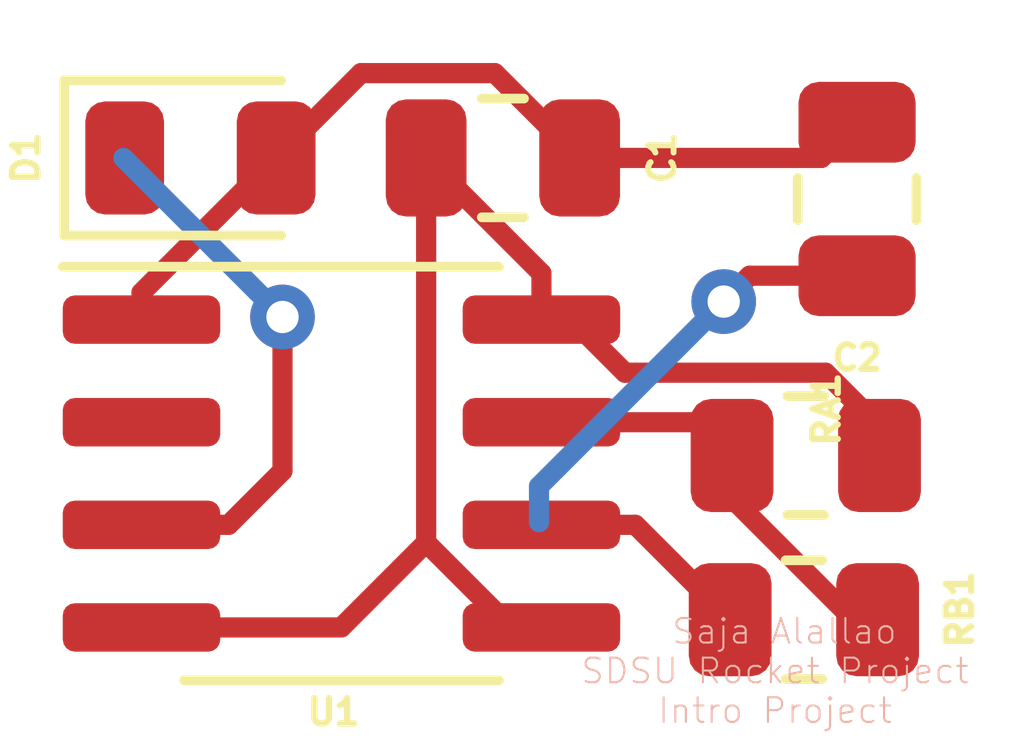
<source format=kicad_pcb>
(kicad_pcb (version 20171130) (host pcbnew "(5.1.9)-1")

  (general
    (thickness 1.6)
    (drawings 2)
    (tracks 40)
    (zones 0)
    (modules 6)
    (nets 7)
  )

  (page A4)
  (layers
    (0 F.Cu signal)
    (31 B.Cu signal)
    (32 B.Adhes user)
    (33 F.Adhes user)
    (34 B.Paste user)
    (35 F.Paste user)
    (36 B.SilkS user)
    (37 F.SilkS user)
    (38 B.Mask user)
    (39 F.Mask user)
    (40 Dwgs.User user)
    (41 Cmts.User user)
    (42 Eco1.User user)
    (43 Eco2.User user)
    (44 Edge.Cuts user)
    (45 Margin user)
    (46 B.CrtYd user)
    (47 F.CrtYd user)
    (48 B.Fab user)
    (49 F.Fab user)
  )

  (setup
    (last_trace_width 0.25)
    (trace_clearance 0.2)
    (zone_clearance 0.508)
    (zone_45_only no)
    (trace_min 0.2)
    (via_size 0.8)
    (via_drill 0.4)
    (via_min_size 0.4)
    (via_min_drill 0.3)
    (uvia_size 0.3)
    (uvia_drill 0.1)
    (uvias_allowed no)
    (uvia_min_size 0.2)
    (uvia_min_drill 0.1)
    (edge_width 0.05)
    (segment_width 0.2)
    (pcb_text_width 0.3)
    (pcb_text_size 1.5 1.5)
    (mod_edge_width 0.12)
    (mod_text_size 1 1)
    (mod_text_width 0.15)
    (pad_size 1.524 1.524)
    (pad_drill 0.762)
    (pad_to_mask_clearance 0)
    (aux_axis_origin 0 0)
    (visible_elements FFFFFF7F)
    (pcbplotparams
      (layerselection 0x010fc_ffffffff)
      (usegerberextensions false)
      (usegerberattributes true)
      (usegerberadvancedattributes true)
      (creategerberjobfile true)
      (excludeedgelayer true)
      (linewidth 0.100000)
      (plotframeref false)
      (viasonmask false)
      (mode 1)
      (useauxorigin false)
      (hpglpennumber 1)
      (hpglpenspeed 20)
      (hpglpendiameter 15.000000)
      (psnegative false)
      (psa4output false)
      (plotreference true)
      (plotvalue true)
      (plotinvisibletext false)
      (padsonsilk false)
      (subtractmaskfromsilk false)
      (outputformat 1)
      (mirror false)
      (drillshape 1)
      (scaleselection 1)
      (outputdirectory ""))
  )

  (net 0 "")
  (net 1 GNDREF)
  (net 2 "Net-(C1-Pad1)")
  (net 3 "Net-(C2-Pad1)")
  (net 4 "Net-(D1-Pad1)")
  (net 5 "Net-(RA1-Pad2)")
  (net 6 "Net-(U1-Pad2)")

  (net_class Default "This is the default net class."
    (clearance 0.2)
    (trace_width 0.25)
    (via_dia 0.8)
    (via_drill 0.4)
    (uvia_dia 0.3)
    (uvia_drill 0.1)
    (add_net GNDREF)
    (add_net "Net-(C1-Pad1)")
    (add_net "Net-(C2-Pad1)")
    (add_net "Net-(D1-Pad1)")
    (add_net "Net-(RA1-Pad2)")
    (add_net "Net-(U1-Pad2)")
  )

  (module Package_SO:SOIC-8_3.9x4.9mm_P1.27mm (layer F.Cu) (tedit 5D9F72B1) (tstamp 6235EF9C)
    (at 137.763 80.995)
    (descr "SOIC, 8 Pin (JEDEC MS-012AA, https://www.analog.com/media/en/package-pcb-resources/package/pkg_pdf/soic_narrow-r/r_8.pdf), generated with kicad-footprint-generator ipc_gullwing_generator.py")
    (tags "SOIC SO")
    (path /623793A3)
    (attr smd)
    (fp_text reference U1 (at -0.095 2.952) (layer F.SilkS)
      (effects (font (size 0.3142 0.3142) (thickness 0.07855)))
    )
    (fp_text value LM555xM (at 0.032 1.047) (layer F.Fab)
      (effects (font (size 1 1) (thickness 0.15)))
    )
    (fp_text user %R (at 0 0) (layer F.Fab)
      (effects (font (size 0.98 0.98) (thickness 0.15)))
    )
    (fp_line (start 0 2.56) (end 1.95 2.56) (layer F.SilkS) (width 0.12))
    (fp_line (start 0 2.56) (end -1.95 2.56) (layer F.SilkS) (width 0.12))
    (fp_line (start 0 -2.56) (end 1.95 -2.56) (layer F.SilkS) (width 0.12))
    (fp_line (start 0 -2.56) (end -3.45 -2.56) (layer F.SilkS) (width 0.12))
    (fp_line (start -0.975 -2.45) (end 1.95 -2.45) (layer F.Fab) (width 0.1))
    (fp_line (start 1.95 -2.45) (end 1.95 2.45) (layer F.Fab) (width 0.1))
    (fp_line (start 1.95 2.45) (end -1.95 2.45) (layer F.Fab) (width 0.1))
    (fp_line (start -1.95 2.45) (end -1.95 -1.475) (layer F.Fab) (width 0.1))
    (fp_line (start -1.95 -1.475) (end -0.975 -2.45) (layer F.Fab) (width 0.1))
    (fp_line (start -3.7 -2.7) (end -3.7 2.7) (layer F.CrtYd) (width 0.05))
    (fp_line (start -3.7 2.7) (end 3.7 2.7) (layer F.CrtYd) (width 0.05))
    (fp_line (start 3.7 2.7) (end 3.7 -2.7) (layer F.CrtYd) (width 0.05))
    (fp_line (start 3.7 -2.7) (end -3.7 -2.7) (layer F.CrtYd) (width 0.05))
    (pad 8 smd roundrect (at 2.475 -1.905) (size 1.95 0.6) (layers F.Cu F.Paste F.Mask) (roundrect_rratio 0.25)
      (net 2 "Net-(C1-Pad1)"))
    (pad 7 smd roundrect (at 2.475 -0.635) (size 1.95 0.6) (layers F.Cu F.Paste F.Mask) (roundrect_rratio 0.25)
      (net 5 "Net-(RA1-Pad2)"))
    (pad 6 smd roundrect (at 2.475 0.635) (size 1.95 0.6) (layers F.Cu F.Paste F.Mask) (roundrect_rratio 0.25)
      (net 3 "Net-(C2-Pad1)"))
    (pad 5 smd roundrect (at 2.475 1.905) (size 1.95 0.6) (layers F.Cu F.Paste F.Mask) (roundrect_rratio 0.25)
      (net 2 "Net-(C1-Pad1)"))
    (pad 4 smd roundrect (at -2.475 1.905) (size 1.95 0.6) (layers F.Cu F.Paste F.Mask) (roundrect_rratio 0.25)
      (net 2 "Net-(C1-Pad1)"))
    (pad 3 smd roundrect (at -2.475 0.635) (size 1.95 0.6) (layers F.Cu F.Paste F.Mask) (roundrect_rratio 0.25)
      (net 4 "Net-(D1-Pad1)"))
    (pad 2 smd roundrect (at -2.475 -0.635) (size 1.95 0.6) (layers F.Cu F.Paste F.Mask) (roundrect_rratio 0.25)
      (net 6 "Net-(U1-Pad2)"))
    (pad 1 smd roundrect (at -2.475 -1.905) (size 1.95 0.6) (layers F.Cu F.Paste F.Mask) (roundrect_rratio 0.25)
      (net 1 GNDREF))
    (model ${KISYS3DMOD}/Package_SO.3dshapes/SOIC-8_3.9x4.9mm_P1.27mm.wrl
      (at (xyz 0 0 0))
      (scale (xyz 1 1 1))
      (rotate (xyz 0 0 0))
    )
  )

  (module Resistor_SMD:R_0805_2012Metric (layer F.Cu) (tedit 5F68FEEE) (tstamp 6235EF82)
    (at 143.4865 82.804 180)
    (descr "Resistor SMD 0805 (2012 Metric), square (rectangular) end terminal, IPC_7351 nominal, (Body size source: IPC-SM-782 page 72, https://www.pcb-3d.com/wordpress/wp-content/uploads/ipc-sm-782a_amendment_1_and_2.pdf), generated with kicad-footprint-generator")
    (tags resistor)
    (path /62372A08)
    (attr smd)
    (fp_text reference RB1 (at -1.9285 0.127 90) (layer F.SilkS)
      (effects (font (size 0.3142 0.3142) (thickness 0.07855)))
    )
    (fp_text value 5k (at -0.4045 -0.635) (layer F.Fab)
      (effects (font (size 1 1) (thickness 0.15)))
    )
    (fp_text user %R (at 0 0) (layer F.Fab)
      (effects (font (size 0.5 0.5) (thickness 0.08)))
    )
    (fp_line (start -1 0.625) (end -1 -0.625) (layer F.Fab) (width 0.1))
    (fp_line (start -1 -0.625) (end 1 -0.625) (layer F.Fab) (width 0.1))
    (fp_line (start 1 -0.625) (end 1 0.625) (layer F.Fab) (width 0.1))
    (fp_line (start 1 0.625) (end -1 0.625) (layer F.Fab) (width 0.1))
    (fp_line (start -0.227064 -0.735) (end 0.227064 -0.735) (layer F.SilkS) (width 0.12))
    (fp_line (start -0.227064 0.735) (end 0.227064 0.735) (layer F.SilkS) (width 0.12))
    (fp_line (start -1.68 0.95) (end -1.68 -0.95) (layer F.CrtYd) (width 0.05))
    (fp_line (start -1.68 -0.95) (end 1.68 -0.95) (layer F.CrtYd) (width 0.05))
    (fp_line (start 1.68 -0.95) (end 1.68 0.95) (layer F.CrtYd) (width 0.05))
    (fp_line (start 1.68 0.95) (end -1.68 0.95) (layer F.CrtYd) (width 0.05))
    (pad 2 smd roundrect (at 0.9125 0 180) (size 1.025 1.4) (layers F.Cu F.Paste F.Mask) (roundrect_rratio 0.243902)
      (net 3 "Net-(C2-Pad1)"))
    (pad 1 smd roundrect (at -0.9125 0 180) (size 1.025 1.4) (layers F.Cu F.Paste F.Mask) (roundrect_rratio 0.243902)
      (net 5 "Net-(RA1-Pad2)"))
    (model ${KISYS3DMOD}/Resistor_SMD.3dshapes/R_0805_2012Metric.wrl
      (at (xyz 0 0 0))
      (scale (xyz 1 1 1))
      (rotate (xyz 0 0 0))
    )
  )

  (module Resistor_SMD:R_0805_2012Metric (layer F.Cu) (tedit 5F68FEEE) (tstamp 6235EF71)
    (at 143.51 80.772 180)
    (descr "Resistor SMD 0805 (2012 Metric), square (rectangular) end terminal, IPC_7351 nominal, (Body size source: IPC-SM-782 page 72, https://www.pcb-3d.com/wordpress/wp-content/uploads/ipc-sm-782a_amendment_1_and_2.pdf), generated with kicad-footprint-generator")
    (tags resistor)
    (path /62373EB9)
    (attr smd)
    (fp_text reference RA1 (at -0.254 0.5715 90) (layer F.SilkS)
      (effects (font (size 0.3142 0.3142) (thickness 0.07855)))
    )
    (fp_text value 10K (at -0.635 -0.762) (layer F.Fab)
      (effects (font (size 1 1) (thickness 0.15)))
    )
    (fp_text user %R (at 0 0) (layer F.Fab)
      (effects (font (size 0.5 0.5) (thickness 0.08)))
    )
    (fp_line (start -1 0.625) (end -1 -0.625) (layer F.Fab) (width 0.1))
    (fp_line (start -1 -0.625) (end 1 -0.625) (layer F.Fab) (width 0.1))
    (fp_line (start 1 -0.625) (end 1 0.625) (layer F.Fab) (width 0.1))
    (fp_line (start 1 0.625) (end -1 0.625) (layer F.Fab) (width 0.1))
    (fp_line (start -0.227064 -0.735) (end 0.227064 -0.735) (layer F.SilkS) (width 0.12))
    (fp_line (start -0.227064 0.735) (end 0.227064 0.735) (layer F.SilkS) (width 0.12))
    (fp_line (start -1.68 0.95) (end -1.68 -0.95) (layer F.CrtYd) (width 0.05))
    (fp_line (start -1.68 -0.95) (end 1.68 -0.95) (layer F.CrtYd) (width 0.05))
    (fp_line (start 1.68 -0.95) (end 1.68 0.95) (layer F.CrtYd) (width 0.05))
    (fp_line (start 1.68 0.95) (end -1.68 0.95) (layer F.CrtYd) (width 0.05))
    (pad 2 smd roundrect (at 0.9125 0 180) (size 1.025 1.4) (layers F.Cu F.Paste F.Mask) (roundrect_rratio 0.243902)
      (net 5 "Net-(RA1-Pad2)"))
    (pad 1 smd roundrect (at -0.9125 0 180) (size 1.025 1.4) (layers F.Cu F.Paste F.Mask) (roundrect_rratio 0.243902)
      (net 2 "Net-(C1-Pad1)"))
    (model ${KISYS3DMOD}/Resistor_SMD.3dshapes/R_0805_2012Metric.wrl
      (at (xyz 0 0 0))
      (scale (xyz 1 1 1))
      (rotate (xyz 0 0 0))
    )
  )

  (module LED_SMD:LED_0805_2012Metric (layer F.Cu) (tedit 5F68FEF1) (tstamp 6235EF60)
    (at 136.017 77.089)
    (descr "LED SMD 0805 (2012 Metric), square (rectangular) end terminal, IPC_7351 nominal, (Body size source: https://docs.google.com/spreadsheets/d/1BsfQQcO9C6DZCsRaXUlFlo91Tg2WpOkGARC1WS5S8t0/edit?usp=sharing), generated with kicad-footprint-generator")
    (tags LED)
    (path /6238603D)
    (attr smd)
    (fp_text reference D1 (at -2.159 0 270) (layer F.SilkS)
      (effects (font (size 0.3142 0.3142) (thickness 0.07855)))
    )
    (fp_text value LED (at -0.635 -0.127) (layer F.Fab)
      (effects (font (size 1 1) (thickness 0.15)))
    )
    (fp_text user %R (at 0 0) (layer F.Fab)
      (effects (font (size 0.5 0.5) (thickness 0.08)))
    )
    (fp_line (start 1 -0.6) (end -0.7 -0.6) (layer F.Fab) (width 0.1))
    (fp_line (start -0.7 -0.6) (end -1 -0.3) (layer F.Fab) (width 0.1))
    (fp_line (start -1 -0.3) (end -1 0.6) (layer F.Fab) (width 0.1))
    (fp_line (start -1 0.6) (end 1 0.6) (layer F.Fab) (width 0.1))
    (fp_line (start 1 0.6) (end 1 -0.6) (layer F.Fab) (width 0.1))
    (fp_line (start 1 -0.96) (end -1.685 -0.96) (layer F.SilkS) (width 0.12))
    (fp_line (start -1.685 -0.96) (end -1.685 0.96) (layer F.SilkS) (width 0.12))
    (fp_line (start -1.685 0.96) (end 1 0.96) (layer F.SilkS) (width 0.12))
    (fp_line (start -1.68 0.95) (end -1.68 -0.95) (layer F.CrtYd) (width 0.05))
    (fp_line (start -1.68 -0.95) (end 1.68 -0.95) (layer F.CrtYd) (width 0.05))
    (fp_line (start 1.68 -0.95) (end 1.68 0.95) (layer F.CrtYd) (width 0.05))
    (fp_line (start 1.68 0.95) (end -1.68 0.95) (layer F.CrtYd) (width 0.05))
    (pad 2 smd roundrect (at 0.9375 0) (size 0.975 1.4) (layers F.Cu F.Paste F.Mask) (roundrect_rratio 0.25)
      (net 1 GNDREF))
    (pad 1 smd roundrect (at -0.9375 0) (size 0.975 1.4) (layers F.Cu F.Paste F.Mask) (roundrect_rratio 0.25)
      (net 4 "Net-(D1-Pad1)"))
    (model ${KISYS3DMOD}/LED_SMD.3dshapes/LED_0805_2012Metric.wrl
      (at (xyz 0 0 0))
      (scale (xyz 1 1 1))
      (rotate (xyz 0 0 0))
    )
  )

  (module Capacitor_SMD:C_0805_2012Metric (layer F.Cu) (tedit 5F68FEEE) (tstamp 6235EF4D)
    (at 144.145 77.597 90)
    (descr "Capacitor SMD 0805 (2012 Metric), square (rectangular) end terminal, IPC_7351 nominal, (Body size source: IPC-SM-782 page 76, https://www.pcb-3d.com/wordpress/wp-content/uploads/ipc-sm-782a_amendment_1_and_2.pdf, https://docs.google.com/spreadsheets/d/1BsfQQcO9C6DZCsRaXUlFlo91Tg2WpOkGARC1WS5S8t0/edit?usp=sharing), generated with kicad-footprint-generator")
    (tags capacitor)
    (path /6237B257)
    (attr smd)
    (fp_text reference C2 (at -1.966 0) (layer F.SilkS)
      (effects (font (size 0.3048 0.3048) (thickness 0.0762)))
    )
    (fp_text value 10uF (at -0.188 0.254 90) (layer F.Fab)
      (effects (font (size 1 1) (thickness 0.15)))
    )
    (fp_text user %R (at -1.846 -2.821 90) (layer F.Fab)
      (effects (font (size 0.5 0.5) (thickness 0.08)))
    )
    (fp_line (start -1 0.625) (end -1 -0.625) (layer F.Fab) (width 0.1))
    (fp_line (start -1 -0.625) (end 1 -0.625) (layer F.Fab) (width 0.1))
    (fp_line (start 1 -0.625) (end 1 0.625) (layer F.Fab) (width 0.1))
    (fp_line (start 1 0.625) (end -1 0.625) (layer F.Fab) (width 0.1))
    (fp_line (start -0.261252 -0.735) (end 0.261252 -0.735) (layer F.SilkS) (width 0.12))
    (fp_line (start -0.261252 0.735) (end 0.261252 0.735) (layer F.SilkS) (width 0.12))
    (fp_line (start -1.7 0.98) (end -1.7 -0.98) (layer F.CrtYd) (width 0.05))
    (fp_line (start -1.7 -0.98) (end 1.7 -0.98) (layer F.CrtYd) (width 0.05))
    (fp_line (start 1.7 -0.98) (end 1.7 0.98) (layer F.CrtYd) (width 0.05))
    (fp_line (start 1.7 0.98) (end -1.7 0.98) (layer F.CrtYd) (width 0.05))
    (pad 2 smd roundrect (at 0.95 0 90) (size 1 1.45) (layers F.Cu F.Paste F.Mask) (roundrect_rratio 0.25)
      (net 1 GNDREF))
    (pad 1 smd roundrect (at -0.95 0 90) (size 1 1.45) (layers F.Cu F.Paste F.Mask) (roundrect_rratio 0.25)
      (net 3 "Net-(C2-Pad1)"))
    (model ${KISYS3DMOD}/Capacitor_SMD.3dshapes/C_0805_2012Metric.wrl
      (at (xyz 0 0 0))
      (scale (xyz 1 1 1))
      (rotate (xyz 0 0 0))
    )
  )

  (module Capacitor_SMD:C_0805_2012Metric (layer F.Cu) (tedit 5F68FEEE) (tstamp 6235EF3C)
    (at 139.761 77.089)
    (descr "Capacitor SMD 0805 (2012 Metric), square (rectangular) end terminal, IPC_7351 nominal, (Body size source: IPC-SM-782 page 76, https://www.pcb-3d.com/wordpress/wp-content/uploads/ipc-sm-782a_amendment_1_and_2.pdf, https://docs.google.com/spreadsheets/d/1BsfQQcO9C6DZCsRaXUlFlo91Tg2WpOkGARC1WS5S8t0/edit?usp=sharing), generated with kicad-footprint-generator")
    (tags capacitor)
    (path /6237C80D)
    (attr smd)
    (fp_text reference C1 (at 1.971 0 90) (layer F.SilkS)
      (effects (font (size 0.3142 0.3142) (thickness 0.0738)))
    )
    (fp_text value "0.010 uF" (at -0.061 -0.254) (layer F.Fab)
      (effects (font (size 1 1) (thickness 0.15)))
    )
    (fp_text user %R (at 0 0) (layer F.Fab)
      (effects (font (size 0.5 0.5) (thickness 0.08)))
    )
    (fp_line (start -1 0.625) (end -1 -0.625) (layer F.Fab) (width 0.1))
    (fp_line (start -1 -0.625) (end 1 -0.625) (layer F.Fab) (width 0.1))
    (fp_line (start 1 -0.625) (end 1 0.625) (layer F.Fab) (width 0.1))
    (fp_line (start 1 0.625) (end -1 0.625) (layer F.Fab) (width 0.1))
    (fp_line (start -0.261252 -0.735) (end 0.261252 -0.735) (layer F.SilkS) (width 0.12))
    (fp_line (start -0.261252 0.735) (end 0.261252 0.735) (layer F.SilkS) (width 0.12))
    (fp_line (start -1.7 0.98) (end -1.7 -0.98) (layer F.CrtYd) (width 0.05))
    (fp_line (start -1.7 -0.98) (end 1.7 -0.98) (layer F.CrtYd) (width 0.05))
    (fp_line (start 1.7 -0.98) (end 1.7 0.98) (layer F.CrtYd) (width 0.05))
    (fp_line (start 1.7 0.98) (end -1.7 0.98) (layer F.CrtYd) (width 0.05))
    (pad 2 smd roundrect (at 0.95 0) (size 1 1.45) (layers F.Cu F.Paste F.Mask) (roundrect_rratio 0.25)
      (net 1 GNDREF))
    (pad 1 smd roundrect (at -0.95 0) (size 1 1.45) (layers F.Cu F.Paste F.Mask) (roundrect_rratio 0.25)
      (net 2 "Net-(C1-Pad1)"))
    (model ${KISYS3DMOD}/Capacitor_SMD.3dshapes/C_0805_2012Metric.wrl
      (at (xyz 0 0 0))
      (scale (xyz 1 1 1))
      (rotate (xyz 0 0 0))
    )
  )

  (gr_text " Saja Alallao\nSDSU Rocket Project\nIntro Project" (at 143.129 83.439) (layer B.SilkS)
    (effects (font (size 0.3048 0.3048) (thickness 0.0254)))
  )
  (gr_poly (pts (xy 146.177 84.201) (xy 133.604 84.201) (xy 133.604 75.184) (xy 146.177 75.184)) (layer Dwgs.User) (width 0.1))

  (segment (start 135.288 78.7555) (end 135.288 79.09) (width 0.25) (layer F.Cu) (net 1))
  (segment (start 136.9545 77.089) (end 135.288 78.7555) (width 0.25) (layer F.Cu) (net 1))
  (segment (start 140.711 77.089) (end 140.975 77.089) (width 0.25) (layer F.Cu) (net 1))
  (segment (start 139.66099 76.03899) (end 140.711 77.089) (width 0.25) (layer F.Cu) (net 1))
  (segment (start 138.00451 76.03899) (end 139.66099 76.03899) (width 0.25) (layer F.Cu) (net 1))
  (segment (start 136.9545 77.089) (end 138.00451 76.03899) (width 0.25) (layer F.Cu) (net 1))
  (segment (start 143.703 77.089) (end 144.145 76.647) (width 0.25) (layer F.Cu) (net 1))
  (segment (start 140.711 77.089) (end 143.703 77.089) (width 0.25) (layer F.Cu) (net 1))
  (segment (start 140.238 78.516) (end 138.811 77.089) (width 0.25) (layer F.Cu) (net 2))
  (segment (start 140.238 79.09) (end 140.238 78.516) (width 0.25) (layer F.Cu) (net 2))
  (segment (start 139.861232 82.9) (end 140.238 82.9) (width 0.25) (layer F.Cu) (net 2))
  (segment (start 138.811 81.849768) (end 139.861232 82.9) (width 0.25) (layer F.Cu) (net 2))
  (segment (start 138.811 77.089) (end 138.811 81.849768) (width 0.25) (layer F.Cu) (net 2))
  (segment (start 137.760768 82.9) (end 135.288 82.9) (width 0.25) (layer F.Cu) (net 2))
  (segment (start 138.811 81.849768) (end 137.760768 82.9) (width 0.25) (layer F.Cu) (net 2))
  (segment (start 144.4225 80.772) (end 144.4225 80.4145) (width 0.25) (layer F.Cu) (net 2))
  (segment (start 140.614768 79.09) (end 140.238 79.09) (width 0.25) (layer F.Cu) (net 2))
  (segment (start 141.271758 79.74699) (end 140.614768 79.09) (width 0.25) (layer F.Cu) (net 2))
  (segment (start 143.75499 79.74699) (end 141.271758 79.74699) (width 0.25) (layer F.Cu) (net 2))
  (segment (start 144.4225 80.4145) (end 143.75499 79.74699) (width 0.25) (layer F.Cu) (net 2))
  (segment (start 141.4 81.63) (end 142.574 82.804) (width 0.25) (layer F.Cu) (net 3))
  (segment (start 140.238 81.63) (end 141.4 81.63) (width 0.25) (layer F.Cu) (net 3))
  (segment (start 142.574 82.804) (end 142.574 83.0745) (width 0.25) (layer F.Cu) (net 3))
  (segment (start 144.145 78.547) (end 142.814 78.547) (width 0.25) (layer F.Cu) (net 3))
  (segment (start 142.814 78.547) (end 142.494 78.867) (width 0.25) (layer F.Cu) (net 3))
  (via (at 142.494 78.867) (size 0.8) (drill 0.4) (layers F.Cu B.Cu) (net 3))
  (segment (start 142.494 78.867) (end 140.208 81.153) (width 0.25) (layer B.Cu) (net 3))
  (segment (start 140.208 81.153) (end 140.208 81.5975) (width 0.25) (layer B.Cu) (net 3))
  (segment (start 135.288 81.63) (end 136.175 81.63) (width 0.25) (layer F.Cu) (net 4))
  (segment (start 135.288 81.63) (end 136.3655 81.63) (width 0.25) (layer F.Cu) (net 4))
  (segment (start 136.3655 81.63) (end 137.033 80.9625) (width 0.25) (layer F.Cu) (net 4))
  (segment (start 137.033 80.9625) (end 137.033 79.0575) (width 0.25) (layer F.Cu) (net 4))
  (segment (start 137.033 79.0575) (end 137.033 79.0575) (width 0.25) (layer F.Cu) (net 4) (tstamp 623603C3))
  (via (at 137.033 79.0575) (size 0.8) (drill 0.4) (layers F.Cu B.Cu) (net 4))
  (segment (start 137.033 79.0575) (end 135.0645 77.089) (width 0.25) (layer B.Cu) (net 4))
  (segment (start 142.1855 80.36) (end 142.5975 80.772) (width 0.25) (layer F.Cu) (net 5))
  (segment (start 140.238 80.36) (end 142.1855 80.36) (width 0.25) (layer F.Cu) (net 5))
  (segment (start 144.09969 82.804) (end 144.399 82.804) (width 0.25) (layer F.Cu) (net 5))
  (segment (start 142.5975 81.30181) (end 144.09969 82.804) (width 0.25) (layer F.Cu) (net 5))
  (segment (start 142.5975 80.772) (end 142.5975 81.30181) (width 0.25) (layer F.Cu) (net 5))

)

</source>
